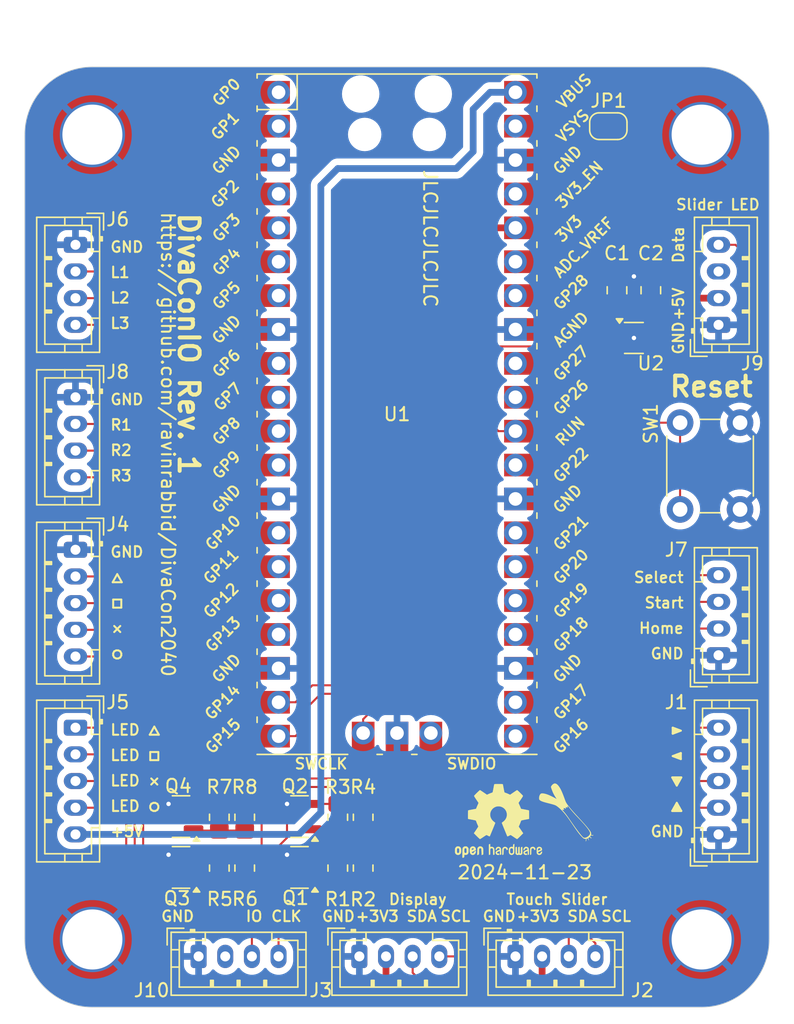
<source format=kicad_pcb>
(kicad_pcb (version 20240108) (generator "pcbnew") (generator_version "8.0")
  (title_block (title "DivaConIO") (date "2024-11-23") (rev "1") (company "ravinrabbid"))
  (layers (0 "F.Cu" signal) (31 "B.Cu" signal) (34 "B.Paste" user) (35 "F.Paste" user) (36 "B.SilkS" user "B.Silkscreen") (37 "F.SilkS" user "F.Silkscreen") (38 "B.Mask" user) (39 "F.Mask" user) (44 "Edge.Cuts" user))
  (net 0 "")
  (net 1 "Button Right")
  (net 2 "Button Down")
  (net 3 "GND")
  (net 4 "Button Left")
  (net 5 "Button Up")
  (net 6 "Slider SCL")
  (net 7 "+3V3")
  (net 8 "Slider SDA")
  (net 9 "Display SDA")
  (net 10 "Display SCL")
  (net 11 "Button Square")
  (net 12 "Button Cross")
  (net 13 "Button Circle")
  (net 14 "Button Triangle")
  (net 15 "+5V")
  (net 16 "Net-(J5-Pin_3)")
  (net 17 "Net-(J5-Pin_2)")
  (net 18 "Net-(J5-Pin_4)")
  (net 19 "Net-(J5-Pin_1)")
  (net 20 "Button L3")
  (net 21 "Button L1")
  (net 22 "Button L2")
  (net 23 "Button Start")
  (net 24 "Button Select")
  (net 25 "Button Home")
  (net 26 "Button R1")
  (net 27 "Button R2")
  (net 28 "Button R3")
  (net 29 "Slider LED Data")
  (net 31 "Net-(Q1-B)")
  (net 32 "Net-(Q2-B)")
  (net 33 "Net-(Q3-B)")
  (net 34 "Net-(Q4-B)")
  (net 35 "LED Circle")
  (net 36 "LED Cross")
  (net 37 "LED Square")
  (net 38 "LED Triangle")
  (net 39 "Net-(U1-RUN)")
  (net 44 "SWCLK")
  (net 46 "SWDIO")
  (net 47 "Net-(JP1-A)")
  (net 48 "Net-(J9-Pin_4)")
  (footprint "Connector_JST:JST_PH_B5B-PH-K_1x05_P2.00mm_Vertical" (layer "F.Cu") (at 118.11 98.425 -90)
    (property "Reference" "J5")
    (property "Value" "Button LEDs")
  )
  (footprint "Package_TO_SOT_SMD:SOT-23" (layer "F.Cu") (at 126.0325 105.09 180)
    (property "Reference" "Q4")
    (property "Value" "BC847")
  )
  (footprint "Jumper:SolderJumper-2_P1.3mm_Bridged_RoundedPad1.0x1.5mm" (layer "F.Cu") (at 158.1 53.34)
    (property "Reference" "JP1")
    (property "Value" "Bridge VSYS")
  )
  (footprint "MountingHole:MountingHole_4.5mm_Pad_TopOnly" (layer "F.Cu") (at 119.38 53.975)
    (property "Reference" "H1" (hide yes))
    (property "Value" "MountingHole_Pad")
  )
  (footprint "Capacitor_SMD:C_0805_2012Metric_Pad1.18x1.45mm_HandSolder" (layer "F.Cu") (at 161.29 65.6375 90)
    (property "Reference" "C2")
    (property "Value" "0.1uF")
  )
  (footprint "Resistor_SMD:R_0805_2012Metric_Pad1.20x1.40mm_HandSolder" (layer "F.Cu") (at 128.905 105.14 -90)
    (property "Reference" "R7")
    (property "Value" "4.7k")
  )
  (footprint "Connector_JST:JST_PH_B5B-PH-K_1x05_P2.00mm_Vertical" (layer "F.Cu") (at 166.37 106.425 90)
    (property "Reference" "J1")
    (property "Value" "DPad Buttons")
  )
  (footprint "Resistor_SMD:R_0805_2012Metric_Pad1.20x1.40mm_HandSolder" (layer "F.Cu") (at 128.905 108.95 -90)
    (property "Reference" "R5")
    (property "Value" "4.7k")
  )
  (footprint "Connector_JST:JST_PH_B4B-PH-K_1x04_P2.00mm_Vertical" (layer "F.Cu") (at 166.37 68.23 90)
    (property "Reference" "J9")
    (property "Value" "Slider LEDs")
  )
  (footprint "Button_Switch_THT:SW_PUSH_6mm" (layer "F.Cu") (at 163.485 82.065 90)
    (property "Reference" "SW1")
    (property "Value" "Reset")
  )
  (footprint "Package_TO_SOT_SMD:SOT-23" (layer "F.Cu") (at 134.9225 108.9 180)
    (property "Reference" "Q1")
    (property "Value" "BC847")
  )
  (footprint "Connector_JST:JST_PH_B4B-PH-K_1x04_P2.00mm_Vertical" (layer "F.Cu") (at 127.35 115.57)
    (property "Reference" "J10")
    (property "Value" "SWD")
  )
  (footprint "Connector_JST:JST_PH_B4B-PH-K_1x04_P2.00mm_Vertical" (layer "F.Cu") (at 166.37 92.995 90)
    (property "Reference" "J7")
    (property "Value" "Fn Buttons")
  )
  (footprint "Resistor_SMD:R_0805_2012Metric_Pad1.20x1.40mm_HandSolder" (layer "F.Cu") (at 139.7 108.95 90)
    (property "Reference" "R2")
    (property "Value" "4.7k")
  )
  (footprint "Symbol:OSHW-Logo2_7.3x6mm_SilkScreen" (layer "F.Cu") (at 149.86 105.41)
    (property "Reference" "REF**" (hide yes))
    (property "Value" "OSHW-Logo2_7.3x6mm_SilkScreen" (hide yes))
  )
  (footprint "Resistor_SMD:R_0805_2012Metric_Pad1.20x1.40mm_HandSolder" (layer "F.Cu") (at 130.81 105.14 90)
    (property "Reference" "R8")
    (property "Value" "4.7k")
  )
  (footprint "Resistor_SMD:R_0805_2012Metric_Pad1.20x1.40mm_HandSolder" (layer "F.Cu") (at 139.7 105.14 90)
    (property "Reference" "R4")
    (property "Value" "4.7k")
  )
  (footprint "Connector_JST:JST_PH_B4B-PH-K_1x04_P2.00mm_Vertical" (layer "F.Cu") (at 118.11 62.23 -90)
    (property "Reference" "J6")
    (property "Value" "L Buttons")
  )
  (footprint "Connector_JST:JST_PH_B5B-PH-K_1x05_P2.00mm_Vertical" (layer "F.Cu") (at 118.11 85.09 -90)
    (property "Reference" "J4")
    (property "Value" "Face Buttons")
  )
  (footprint "Resistor_SMD:R_0805_2012Metric_Pad1.20x1.40mm_HandSolder" (layer "F.Cu") (at 130.81 108.95 90)
    (property "Reference" "R6")
    (property "Value" "4.7k")
  )
  (footprint "Package_TO_SOT_SMD:SOT-23" (layer "F.Cu") (at 126.0325 108.9 180)
    (property "Reference" "Q3")
    (property "Value" "BC847")
  )
  (footprint "Resistor_SMD:R_0805_2012Metric_Pad1.20x1.40mm_HandSolder" (layer "F.Cu") (at 137.795 108.95 -90)
    (property "Reference" "R1")
    (property "Value" "4.7k")
  )
  (footprint "MountingHole:MountingHole_4.5mm_Pad_TopOnly" (layer "F.Cu") (at 165.1 114.3)
    (property "Reference" "H3" (hide yes))
    (property "Value" "MountingHole_Pad")
  )
  (footprint "Package_TO_SOT_SMD:SOT-23" (layer "F.Cu") (at 134.9225 105.09 180)
    (property "Reference" "Q2")
    (property "Value" "BC847")
  )
  (footprint "Package_TO_SOT_SMD:SOT-363_SC-70-6_Handsoldering" (layer "F.Cu") (at 160.02 69.215)
    (property "Reference" "U2")
    (property "Value" "SN74LVC1T45DCK")
  )
  (footprint "Connector_JST:JST_PH_B4B-PH-K_1x04_P2.00mm_Vertical" (layer "F.Cu") (at 118.11 73.66 -90)
    (property "Reference" "J8")
    (property "Value" "R Buttons")
  )
  (footprint "MountingHole:MountingHole_4.5mm_Pad_TopOnly" (layer "F.Cu") (at 165.1 53.975)
    (property "Reference" "H2" (hide yes))
    (property "Value" "MountingHole_Pad")
  )
  (footprint "Connector_JST:JST_PH_B4B-PH-K_1x04_P2.00mm_Vertical" (layer "F.Cu") (at 151.13 115.57)
    (property "Reference" "J2")
    (property "Value" "Slider i2c")
  )
  (footprint "Connector_JST:JST_PH_B4B-PH-K_1x04_P2.00mm_Vertical" (layer "F.Cu") (at 139.415 115.57)
    (property "Reference" "J3")
    (property "Value" "Display i2c")
  )
  (footprint "Capacitor_SMD:C_0805_2012Metric_Pad1.18x1.45mm_HandSolder" (layer "F.Cu") (at 158.75 65.6375 90)
    (property "Reference" "C1")
    (property "Value" "0.1uF")
  )
  (footprint "CustomLogos:Leek-Logo_6.3mm_Silkscreen" (layer "F.Cu") (at 154.94 104.775)
    (property "Reference" "REF**" (hide yes))
    (property "Value" "LOGO" (hide yes))
  )
  (footprint "MountingHole:MountingHole_4.5mm_Pad_TopOnly" (layer "F.Cu") (at 119.38 114.3)
    (property "Reference" "H4" (hide yes))
    (property "Value" "MountingHole_Pad")
  )
  (footprint "DivaConIO:RPi_Pico_SMD_TH" (layer "F.Cu") (at 142.24 74.93)
    (property "Reference" "U1")
    (property "Value" "Pico")
  )
  (footprint "Resistor_SMD:R_0805_2012Metric_Pad1.20x1.40mm_HandSolder" (layer "F.Cu") (at 137.795 105.14 -90)
    (property "Reference" "R3")
    (property "Value" "4.7k")
  )
  (gr_arc (start 165.1 48.895) (mid 168.692102 50.382898) (end 170.18 53.975) (stroke (width 0.05)) (layer "Edge.Cuts"))
  (gr_arc (start 114.3 53.975) (mid 115.787898 50.382898) (end 119.38 48.895) (stroke (width 0.05)) (layer "Edge.Cuts"))
  (gr_arc (start 119.38 119.38) (mid 115.787898 117.892102) (end 114.3 114.3) (stroke (width 0.05)) (layer "Edge.Cuts"))
  (gr_line (start 170.18 53.975) (end 170.18 114.3) (stroke (width 0.05)) (layer "Edge.Cuts"))
  (gr_line (start 114.3 114.3) (end 114.3 53.975) (stroke (width 0.05)) (layer "Edge.Cuts"))
  (gr_line (start 119.38 48.895) (end 165.1 48.895) (stroke (width 0.05)) (layer "Edge.Cuts"))
  (gr_arc (start 170.18 114.3) (mid 168.692102 117.892102) (end 165.1 119.38) (stroke (width 0.05)) (layer "Edge.Cuts"))
  (gr_line (start 165.1 119.38) (end 119.38 119.38) (stroke (width 0.05)) (layer "Edge.Cuts"))
  (gr_text "Select" (at 163.83 87.63 0) (layer "F.SilkS") (effects (font (size 0.8 0.8)) (justify right bottom)))
  (gr_text "GND" (at 148.59 113.03 0) (layer "F.SilkS") (effects (font (size 0.8 0.8)) (justify left bottom)))
  (gr_text "+5V" (at 163.83 66.675 90) (layer "F.SilkS") (effects (font (size 0.8 0.8)) (justify bottom)))
  (gr_text "GND" (at 163.83 106.68 0) (layer "F.SilkS") (effects (font (size 0.8 0.8)) (justify right bottom)))
  (gr_text "Home" (at 163.83 91.44 0) (layer "F.SilkS") (effects (font (size 0.8 0.8)) (justify right bottom)))
  (gr_text "LED △" (at 120.65 99.06 0) (layer "F.SilkS") (effects (font (size 0.8 0.8)) (justify left bottom)))
  (gr_text "SCL" (at 157.48 113.03 0) (layer "F.SilkS") (effects (font (size 0.8 0.8)) (justify left bottom)))
  (gr_text "□" (at 120.65 89.535 0) (layer "F.SilkS") (effects (font (size 0.8 0.8)) (justify left bottom)))
  (gr_text "LED □" (at 120.65 100.965 0) (layer "F.SilkS") (effects (font (size 0.8 0.8)) (justify left bottom)))
  (gr_text "SCL" (at 145.415 113.03 0) (layer "F.SilkS") (effects (font (size 0.8 0.8)) (justify left bottom)))
  (gr_text "L1" (at 120.65 64.77 0) (layer "F.SilkS") (effects (font (size 0.8 0.8)) (justify left bottom)))
  (gr_text "+3V3" (at 151.13 113.03 0) (layer "F.SilkS") (effects (font (size 0.8 0.8)) (justify left bottom)))
  (gr_text "GND" (at 136.525 113.03 0) (layer "F.SilkS") (effects (font (size 0.8 0.8)) (justify left bottom)))
  (gr_text "R1" (at 120.65 76.2 0) (layer "F.SilkS") (effects (font (size 0.8 0.8)) (justify left bottom)))
  (gr_text "+3V3" (at 139.065 113.03 0) (layer "F.SilkS") (effects (font (size 0.8 0.8)) (justify left bottom)))
  (gr_text "▼" (at 163.83 102.87 0) (layer "F.SilkS") (effects (font (size 0.8 0.8)) (justify right bottom)))
  (gr_text "GND" (at 120.65 85.725 0) (layer "F.SilkS") (effects (font (size 0.8 0.8)) (justify left bottom)))
  (gr_text "Slider LED" (at 169.545 59.69 0) (layer "F.SilkS") (effects (font (size 0.8 0.8)) (justify right bottom)))
  (gr_text "JLCJLCJLCJLC" (at 144.145 56.515 270) (layer "F.SilkS") (effects (font (size 1 1)) (justify left bottom)))
  (gr_text "△" (at 120.65 87.63 0) (layer "F.SilkS") (effects (font (size 0.8 0.8)) (justify left bottom)))
  (gr_text "R3" (at 120.65 80.01 0) (layer "F.SilkS") (effects (font (size 0.8 0.8)) (justify left bottom)))
  (gr_text "Touch Slider" (at 158.115 111.76 0) (layer "F.SilkS") (effects (font (size 0.8 0.8)) (justify right bottom)))
  (gr_text "IO\n" (at 130.81 113.03 0) (layer "F.SilkS") (effects (font (size 0.8 0.8)) (justify left bottom)))
  (gr_text "${TITLE} Rev. ${REVISION}" (at 125.73 59.69 -90) (layer "F.SilkS") (effects (font (size 1.5 1.5) (thickness 0.3) (bold yes)) (justify left bottom)))
  (gr_text "SDA" (at 154.94 113.03 0) (layer "F.SilkS") (effects (font (size 0.8 0.8)) (justify left bottom)))
  (gr_text "${ISSUE_DATE}" (at 146.685 109.855 0) (layer "F.SilkS") (effects (font (size 1 1)) (justify left bottom)))
  (gr_text "L2" (at 120.65 66.675 0) (layer "F.SilkS") (effects (font (size 0.8 0.8)) (justify left bottom)))
  (gr_text "GND" (at 163.83 69.215 90) (layer "F.SilkS") (effects (font (size 0.8 0.8)) (justify bottom)))
  (gr_text "CLK" (at 132.715 113.03 0) (layer "F.SilkS") (effects (font (size 0.8 0.8)) (justify left bottom)))
  (gr_text "LED ×" (at 120.65 102.87 0) (layer "F.SilkS") (effects (font (size 0.8 0.8)) (justify left bottom)))
  (gr_text "×" (at 120.65 91.44 0) (layer "F.SilkS") (effects (font (size 0.8 0.8)) (justify left bottom)))
  (gr_text "SDA" (at 142.875 113.03 0) (layer "F.SilkS") (effects (font (size 0.8 0.8)) (justify left bottom)))
  (gr_text "https://github.com/ravinrabbid/DivaCon2040" (at 124.46 59.69 270) (layer "F.SilkS") (effects (font (size 1 1)) (justify left bottom)))
  (gr_text "L3" (at 120.65 68.58 0) (layer "F.SilkS") (effects (font (size 0.8 0.8)) (justify left bottom)))
  (gr_text "GND" (at 120.65 62.865 0) (layer "F.SilkS") (effects (font (size 0.8 0.8)) (justify left bottom)))
  (gr_text "R2" (at 120.65 78.105 0) (layer "F.SilkS") (effects (font (size 0.8 0.8)) (justify left bottom)))
  (gr_text "GND" (at 124.46 113.03 0) (layer "F.SilkS") (effects (font (size 0.8 0.8)) (justify left bottom)))
  (gr_text "+5V" (at 120.65 106.68 0) (layer "F.SilkS") (effects (font (size 0.8 0.8)) (justify left bottom)))
  (gr_text "LED ○" (at 120.65 104.775 0) (layer "F.SilkS") (effects (font (size 0.8 0.8)) (justify left bottom)))
  (gr_text "Data" (at 163.83 62.23 90) (layer "F.SilkS") (effects (font (size 0.8 0.8)) (justify bottom)))
  (gr_text "GND" (at 120.65 74.295 0) (layer "F.SilkS") (effects (font (size 0.8 0.8)) (justify left bottom)))
  (gr_text "►" (at 163.83 99.06 0) (layer "F.SilkS") (effects (font (size 0.8 0.8)) (justify right bottom)))
  (gr_text "◄" (at 163.83 100.965 0) (layer "F.SilkS") (effects (font (size 0.8 0.8)) (justify right bottom)))
  (gr_text "○" (at 120.65 93.345 0) (layer "F.SilkS") (effects (font (size 0.8 0.8)) (justify left bottom)))
  (gr_text "Start" (at 163.83 89.535 0) (layer "F.SilkS") (effects (font (size 0.8 0.8)) (justify right bottom)))
  (gr_text "Reset" (at 162.56 73.735 0) (layer "F.SilkS") (effects (font (size 1.5 1.5) (thickness 0.3) (bold yes)) (justify left bottom)))
  (gr_text "GND" (at 163.83 93.345 0) (layer "F.SilkS") (effects (font (size 0.8 0.8)) (justify right bottom)))
  (gr_text "▲" (at 163.83 104.775 0) (layer "F.SilkS") (effects (font (size 0.8 0.8)) (justify right bottom)))
  (gr_text "Display" (at 146.05 111.76 0) (layer "F.SilkS") (effects (font (size 0.8 0.8)) (justify right bottom)))
  (segment (start 151.13 83.82) (end 153.67 83.82) (width 0.1524) (layer "F.Cu") (net 1))
  (segment (start 159.385 98.425) (end 166.37 98.425) (width 0.1524) (layer "F.Cu") (net 1))
  (segment (start 153.67 83.82) (end 158.75 88.9) (width 0.1524) (layer "F.Cu") (net 1))
  (segment (start 158.75 97.79) (end 159.385 98.425) (width 0.1524) (layer "F.Cu") (net 1))
  (segment (start 158.75 88.9) (end 158.75 97.79) (width 0.1524) (layer "F.Cu") (net 1))
  (segment (start 157.48 92.71) (end 157.48 101.6) (width 0.1524) (layer "F.Cu") (net 2))
  (segment (start 157.48 101.6) (end 158.305 102.425) (width 0.1524) (layer "F.Cu") (net 2))
  (segment (start 153.67 88.9) (end 157.48 92.71) (width 0.1524) (layer "F.Cu") (net 2))
  (segment (start 151.13 88.9) (end 153.67 88.9) (width 0.1524) (layer "F.Cu") (net 2))
  (segment (start 158.305 102.425) (end 166.37 102.425) (width 0.1524) (layer "F.Cu") (net 2))
  (segment (start 137.795 104.14) (end 135.86 104.14) (width 0.1524) (layer "F.Cu") (net 3))
  (segment (start 128.905 107.95) (end 126.97 107.95) (width 0.1524) (layer "F.Cu") (net 3))
  (segment (start 126.97 107.95) (end 125.095 107.95) (width 0.1524) (layer "F.Cu") (net 3))
  (segment (start 126.97 104.14) (end 125.095 104.14) (width 0.1524) (layer "F.Cu") (net 3))
  (segment (start 128.905 104.14) (end 126.97 104.14) (width 0.1524) (layer "F.Cu") (net 3))
  (segment (start 137.795 107.95) (end 135.86 107.95) (width 0.1524) (layer "F.Cu") (net 3))
  (segment (start 158.75 64.6) (end 161.29 64.6) (width 0.508) (layer "F.Cu") (net 3))
  (segment (start 135.86 107.95) (end 133.985 107.95) (width 0.1524) (layer "F.Cu") (net 3))
  (segment (start 158.69 69.215) (end 160.02 69.215) (width 0.1524) (layer "F.Cu") (net 3))
  (segment (start 135.86 104.14) (end 133.985 104.14) (width 0.1524) (layer "F.Cu") (net 3))
  (via (at 160.02 64.6) (size 0.6604) (drill 0.3302) (layers "F.Cu" "B.Cu") (net 3))
  (via (at 133.985 107.95) (size 0.6604) (drill 0.3302) (layers "F.Cu" "B.Cu") (net 3))
  (via (at 125.095 104.14) (size 0.6604) (drill 0.3302) (layers "F.Cu" "B.Cu") (net 3))
  (via (at 133.985 104.14) (size 0.6604) (drill 0.3302) (layers "F.Cu" "B.Cu") (net 3))
  (via (at 160.02 69.215) (size 0.6604) (drill 0.3302) (layers "F.Cu" "B.Cu") (net 3))
  (via (at 125.095 107.95) (size 0.6604) (drill 0.3302) (layers "F.Cu" "B.Cu") (net 3))
  (segment (start 158.115 99.695) (end 158.845 100.425) (width 0.1524) (layer "F.Cu") (net 4))
  (segment (start 158.115 90.6838) (end 158.115 99.695) (width 0.1524) (layer "F.Cu") (net 4))
  (segment (start 151.13 86.36) (end 153.7912 86.36) (width 0.1524) (layer "F.Cu") (net 4))
  (segment (start 158.845 100.425) (end 166.37 100.425) (width 0.1524) (layer "F.Cu") (net 4))
  (segment (start 153.7912 86.36) (end 158.115 90.6838) (width 0.1524) (layer "F.Cu") (net 4))
  (segment (start 156.845 94.615) (end 156.845 103.505) (width 0.1524) (layer "F.Cu") (net 5))
  (segment (start 156.845 103.505) (end 157.765 104.425) (width 0.1524) (layer "F.Cu") (net 5))
  (segment (start 153.67 91.44) (end 156.845 94.615) (width 0.1524) (layer "F.Cu") (net 5))
  (segment (start 157.765 104.425) (end 166.37 104.425) (width 0.1524) (layer "F.Cu") (net 5))
  (segment (start 151.13 91.44) (end 153.67 91.44) (width 0.1524) (layer "F.Cu") (net 5))
  (segment (start 156.21 99.06) (end 156.21 113.665) (width 0.1524) (layer "F.Cu") (net 6))
  (segment (start 153.67 96.52) (end 156.21 99.06) (width 0.1524) (layer "F.Cu") (net 6))
  (segment (start 151.13 96.52) (end 153.67 96.52) (width 0.1524) (layer "F.Cu") (net 6))
  (segment (start 157.13 114.585) (end 157.13 115.57) (width 0.1524) (layer "F.Cu") (net 6))
  (segment (start 156.21 113.665) (end 157.13 114.585) (width 0.1524) (layer "F.Cu") (net 6))
  (segment (start 156.21 60.96) (end 153.035 60.96) (width 0.508) (layer "F.Cu") (net 7))
  (segment (start 153.035 60.96) (end 151.13 60.96) (width 0.1524) (layer "F.Cu") (net 7))
  (segment (start 147.955 60.96) (end 147.32 61.595) (width 0.508) (layer "F.Cu") (net 7))
  (segment (start 147.32 92.71) (end 149.225 94.615) (width 0.508) (layer "F.Cu") (net 7))
  (segment (start 153.13 117.38) (end 153.13 115.57) (width 0.508) (layer "F.Cu") (net 7))
  (segment (start 149.86 118.11) (end 152.4 118.11) (width 0.508) (layer "F.Cu") (net 7))
  (segment (start 156.845 61.595) (end 156.21 60.96) (width 0.508) (layer "F.Cu") (net 7))
  (segment (start 158.75 66.675) (end 158.75 68.505) (width 0.1524) (layer "F.Cu") (net 7))
  (segment (start 151.13 60.96) (end 147.955 60.96) (width 0.508) (layer "F.Cu") (net 7))
  (segment (start 142.24 118.11) (end 141.415 117.285) (width 0.508) (layer "F.Cu") (net 7))
  (segment (start 152.4 118.11) (end 153.13 117.38) (width 0.508) (layer "F.Cu") (net 7))
  (segment (start 158.75 66.675) (end 157.48 66.675) (width 0.508) (layer "F.Cu") (net 7))
  (segment (start 149.225 94.615) (end 149.225 116.908) (width 0.508) (layer "F.Cu") (net 7))
  (segment (start 157.48 66.675) (end 156.845 66.04) (width 0.508) (layer "F.Cu") (net 7))
  (segment (start 158.75 68.505) (end 158.69 68.565) (width 0.1524) (layer "F.Cu") (net 7))
  (segment (start 149.225 117.475) (end 148.59 118.11) (width 0.508) (layer "F.Cu") (net 7))
  (segment (start 141.415 117.285) (end 141.415 115.57) (width 0.508) (layer "F.Cu") (net 7))
  (segment (start 147.32 61.595) (end 147.32 92.71) (width 0.508) (layer "F.Cu") (net 7))
  (segment (start 149.225 116.908) (end 149.225 117.475) (width 0.508) (layer "F.Cu") (net 7))
  (segment (start 148.59 118.11) (end 142.24 118.11) (width 0.508) (layer "F.Cu") (net 7))
  (segment (start 156.845 66.04) (end 156.845 61.595) (width 0.508) (layer "F.Cu") (net 7))
  (segment (start 149.225 117.475) (end 149.86 118.11) (width 0.508) (layer "F.Cu") (net 7))
  (segment (start 155.575 113.665) (end 155.13 114.11) (width 0.1524) (layer "F.Cu") (net 8))
  (segment (start 155.13 114.11) (end 155.13 115.57) (width 0.1524) (layer "F.Cu") (net 8))
  (segment (start 151.13 99.06) (end 153.67 99.06) (width 0.1524) (layer "F.Cu") (net 8))
  (segment (start 155.575 100.965) (end 155.575 113.665) (width 0.1524) (layer "F.Cu") (net 8))
  (segment (start 153.67 99.06) (end 155.575 100.965) (width 0.1524) (layer "F.Cu") (net 8))
  (segment (start 144.0975 117.475) (end 143.415 116.7925) (width 0.1524) (layer "F.Cu") (net 9))
  (segment (start 135.89 95.25) (end 147.32 95.25) (width 0.1524) (layer "F.Cu") (net 9))
  (segment (start 147.955 116.84) (end 147.32 117.475) (width 0.1524) (layer "F.Cu") (net 9))
  (segment (start 133.35 96.52) (end 134.62 96.52) (width 0.1524) (layer "F.Cu") (net 9))
  (segment (start 147.955 95.885) (end 147.955 116.84) (width 0.1524) (layer "F.Cu") (net 9))
  (segment (start 143.415 116.7925) (end 143.415 115.57) (width 0.1524) (layer "F.Cu") (net 9))
  (segment (start 147.32 95.25) (end 147.955 95.885) (width 0.1524) (layer "F.Cu") (net 9))
  (segment (start 147.32 117.475) (end 144.0975 117.475) (width 0.1524) (layer "F.Cu") (net 9))
  (segment (start 134.62 96.52) (end 135.89 95.25) (width 0.1524) (layer "F.Cu") (net 9))
  (segment (start 136.525 95.885) (end 146.685 95.885) (width 0.1524) (layer "F.Cu") (net 10))
  (segment (start 146.685 115.57) (end 145.415 115.57) (width 0.1524) (layer "F.Cu") (net 10))
  (segment (start 146.685 95.885) (end 147.32 96.52) (width 0.1524) (layer "F.Cu") (net 10))
  (segment (start 147.32 96.52) (end 147.32 114.935) (width 0.1524) (layer "F.Cu") (net 10))
  (segment (start 147.32 114.935) (end 146.685 115.57) (width 0.1524) (layer "F.Cu") (net 10))
  (segment (start 133.35 99.06) (end 134.62 99.06) (width 0.1524) (layer "F.Cu") (net 10))
  (segment (start 134.62 99.06) (end 135.255 98.425) (width 0.1524) (layer "F.Cu") (net 10))
  (segment (start 135.255 98.425) (end 135.255 97.155) (width 0.1524) (layer "F.Cu") (net 10))
  (segment (start 135.255 97.155) (end 136.525 95.885) (width 0.1524) (layer "F.Cu") (net 10))
  (segment (start 133.35 73.66) (end 130.81 73.66) (width 0.1524) (layer "F.Cu") (net 11))
  (segment (start 125.73 88.151467) (end 124.791467 89.09) (width 0.1524) (layer "F.Cu") (net 11))
  (segment (start 130.81 73.66) (end 125.73 78.74) (width 0.1524) (layer "F.Cu") (net 11))
  (segment (start 124.791467 89.09) (end 118.11 89.09) (width 0.1524) (layer "F.Cu") (net 11))
  (segment (start 125.73 78.74) (end 125.73 88.151467) (width 0.1524) (layer "F.Cu") (net 11))
  (segment (start 126.365 90.17) (end 125.445 91.09) (width 0.1524) (layer "F.Cu") (net 12))
  (segment (start 126.365 80.645) (end 126.365 90.17) (width 0.1524) (layer "F.Cu") (net 12))
  (segment (start 133.35 76.2) (end 130.81 76.2) (width 0.1524) (layer "F.Cu") (net 12))
  (segment (start 130.81 76.2) (end 126.365 80.645) (width 0.1524) (layer "F.Cu") (net 12))
  (segment (start 125.445 91.09) (end 118.11 91.09) (width 0.1524) (layer "F.Cu") (net 12))
  (segment (start 127 92.075) (end 125.985 93.09) (width 0.1524) (layer "F.Cu") (net 13))
  (segment (start 130.81 78.74) (end 127 82.55) (width 0.1524) (layer "F.Cu") (net 13))
  (segment (start 125.985 93.09) (end 118.11 93.09) (width 0.1524) (layer "F.Cu") (net 13))
  (segment (start 127 82.55) (end 127 92.075) (width 0.1524) (layer "F.Cu") (net 13))
  (segment (start 133.35 78.74) (end 130.81 78.74) (width 0.1524) (layer "F.Cu") (net 13))
  (segment (start 133.35 71.12) (end 130.81 71.12) (width 0.1524) (layer "F.Cu") (net 14))
  (segment (start 125.095 76.835) (end 125.095 86.20125) (width 0.1524) (layer "F.Cu") (net 14))
  (segment (start 130.81 71.12) (end 125.095 76.835) (width 0.1524) (layer "F.Cu") (net 14))
  (segment (start 125.095 86.20125) (end 124.20625 87.09) (width 0.1524) (layer "F.Cu") (net 14))
  (segment (start 124.20625 87.09) (end 118.11 87.09) (width 0.1524) (layer "F.Cu") (net 14))
  (segment (start 162.56 60.325) (end 163.195 60.96) (width 0.508) (layer "F.Cu") (net 15))
  (segment (start 151.13 50.8) (end 158.115 50.8) (width 0.508) (layer "F.Cu") (net 15))
  (segment (start 158.75 53.34) (end 158.75 59.69) (width 0.508) (layer "F.Cu") (net 15))
  (segment (start 162.56 66.675) (end 161.29 66.675) (width 0.508) (layer "F.Cu") (net 15))
  (segment (start 163.195 66.04) (end 162.56 66.675) (width 0.508) (layer "F.Cu") (net 15))
  (segment (start 163.195 60.96) (end 163.195 66.04) (width 0.508) (layer "F.Cu") (net 15))
  (segment (start 158.115 50.8) (end 158.75 51.435) (width 0.508) (layer "F.Cu") (net 15))
  (segment (start 161.29 68.505) (end 161.35 68.565) (width 0.1524) (layer "F.Cu") (net 15))
  (segment (start 163.385 66.23) (end 163.195 66.04) (width 0.508) (layer "F.Cu") (net 15))
  (segment (start 159.385 60.325) (end 162.56 60.325) (width 0.508) (layer "F.Cu") (net 15))
  (segment (start 166.37 66.23) (end 163.385 66.23) (width 0.508) (layer "F.Cu") (net 15))
  (segment (start 158.75 59.69) (end 159.385 60.325) (width 0.508) (layer "F.Cu") (net 15))
  (segment (start 158.75 51.435) (end 158.75 53.34) (width 0.508) (layer "F.Cu") (net 15))
  (segment (start 161.29 66.675) (end 161.29 68.505) (width 0.1524) (layer "F.Cu") (net 15))
  (segment (start 161.35 68.565) (end 161.35 69.215) (width 0.1524) (layer "F.Cu") (net 15))
  (segment (start 136.525 104.775) (end 134.875 106.425) (width 0.508) (layer "B.Cu") (net 15))
  (segment (start 137.795 56.515) (end 136.525 57.785) (width 0.508) (layer "B.Cu") (net 15))
  (segment (start 151.13 50.8) (end 149.225 50.8) (width 0.508) (layer "B.Cu") (net 15))
  (segment (start 147.955 55.245) (end 146.685 56.515) (width 0.508) (layer "B.Cu") (net 15))
  (segment (start 136.525 57.785) (end 136.525 104.775) (width 0.508) (layer "B.Cu") (net 15))
  (segment (start 149.225 50.8) (end 147.955 52.07) (width 0.508) (layer "B.Cu") (net 15))
  (segment (start 166.37 66.04) (end 166.37 66.23) (width 0.508) (layer "B.Cu") (net 15))
  (segment (start 146.685 56.515) (end 137.795 56.515) (width 0.508) (layer "B.Cu") (net 15))
  (segment (start 134.875 106.425) (end 118.11 106.425) (width 0.508) (layer "B.Cu") (net 15))
  (segment (start 147.955 52.07) (end 147.955 55.245) (width 0.508) (layer "B.Cu") (net 15))
  (segment (start 124.7775 111.125) (end 131.380271 111.125) (width 0.1524) (layer "F.Cu") (net 16))
  (segment (start 133.985 106.68) (end 133.985 105.09) (width 0.1524) (layer "F.Cu") (net 16))
  (segment (start 132.08 110.425271) (end 132.08 108.585) (width 0.1524) (layer "F.Cu") (net 16))
  (segment (start 132.08 108.585) (end 133.985 106.68) (width 0.1524) (layer "F.Cu") (net 16))
  (segment (start 122.555 102.87) (end 122.555 108.9025) (width 0.1524) (layer "F.Cu") (net 16))
  (segment (start 122.11 102.425) (end 122.555 102.87) (width 0.1524) (layer "F.Cu") (net 16))
  (segment (start 131.380271 111.125) (end 132.08 110.425271) (width 0.1524) (layer "F.Cu") (net 16))
  (segment (start 118.11 102.425) (end 122.11 102.425) (width 0.1524) (layer "F.Cu") (net 16))
  (segment (start 122.555 108.9025) (end 124.7775 111.125) (width 0.1524) (layer "F.Cu") (net 16))
  (segment (start 122.65 100.425) (end 118.11 100.425) (width 0.1524) (layer "F.Cu") (net 17))
  (segment (start 123.19 107.95) (end 123.19 100.965) (width 0.1524) (layer "F.Cu") (net 17))
  (segment (start 123.19 100.965) (end 122.65 100.425) (width 0.1524) (layer "F.Cu") (net 17))
  (segment (start 124.14 108.9) (end 123.19 107.95) (width 0.1524) (layer "F.Cu") (net 17))
  (segment (start 125.095 108.9) (end 124.14 108.9) (width 0.1524) (layer "F.Cu") (net 17))
  (segment (start 121.92 104.775) (end 121.92 109.22) (width 0.1524) (layer "F.Cu") (net 18))
  (segment (start 121.57 104.425) (end 121.92 104.775) (width 0.1524) (layer "F.Cu") (net 18))
  (segment (start 124.46 111.76) (end 131.445 111.76) (width 0.1524) (layer "F.Cu") (net 18))
  (segment (start 118.11 104.425) (end 121.57 104.425) (width 0.1524) (layer "F.Cu") (net 18))
  (segment (start 132.715 109.22) (end 133.035 108.9) (width 0.1524) (layer "F.Cu") (net 18))
  (segment (start 133.035 108.9) (end 133.985 108.9) (width 0.1524) (layer "F.Cu") (net 18))
  (segment (start 121.92 109.22) (end 124.46 111.76) (width 0.1524) (layer "F.Cu") (net 18))
  (segment (start 131.445 111.76) (end 132.715 110.49) (width 0.1524) (layer "F.Cu") (net 18))
  (segment (start 132.715 110.49) (end 132.715 109.22) (width 0.1524) (layer "F.Cu") (net 18))
  (segment (start 124.14 105.09) (end 123.825 104.775) (width 0.1524) (layer "F.Cu") (net 19))
  (segment (start 125.095 105.09) (end 124.14 105.09) (width 0.1524) (layer "F.Cu") (net 19))
  (segment (start 123.825 99.06) (end 123.19 98.425) (width 0.1524) (layer "F.Cu") (net 19))
  (segment (start 123.19 98.425) (end 118.11 98.425) (width 0.1524) (layer "F.Cu") (net 19))
  (segment (start 123.825 104.775) (end 123.825 99.06) (width 0.1524) (layer "F.Cu") (net 19))
  (segment (start 118.11 68.23) (end 121 68.23) (width 0.1524) (layer "F.Cu") (net 20))
  (segment (start 130.81 58.42) (end 133.35 58.42) (width 0.1524) (layer "F.Cu") (net 20))
  (segment (start 121 68.23) (end 130.81 58.42) (width 0.1524) (layer "F.Cu") (net 20))
  (segment (start 130.81 50.8) (end 128.905 52.705) (width 0.1524) (layer "F.Cu") (net 21))
  (segment (start 128.905 55.88) (end 120.555 64.23) (width 0.1524) (layer "F.Cu") (net 21))
  (segment (start 128.905 52.705) (end 128.905 55.88) (width 0.1524) (layer "F.Cu") (net 21))
  (segment (start 133.35 50.8) (end 130.81 50.8) (width 0.1524) (layer "F.Cu") (net 21))
  (segment (start 120.555 64.23) (end 118.11 64.23) (width 0.1524) (layer "F.Cu") (net 21))
  (segment (start 120.46 66.23) (end 118.11 66.23) (width 0.1524) (layer "F.Cu") (net 22))
  (segment (start 133.35 53.34) (end 130.81 53.34) (width 0.1524) (layer "F.Cu") (net 22))
  (segment (start 129.54 54.61) (end 129.54 57.15) (width 0.1524) (layer "F.Cu") (net 22))
  (segment (start 129.54 57.15) (end 120.46 66.23) (width 0.1524) (layer "F.Cu") (net 22))
  (segment (start 130.81 53.34) (end 129.54 54.61) (width 0.1524) (layer "F.Cu") (net 22))
  (segment (start 160.02 80.01) (end 153.67 73.66) (width 0.1524) (layer "F.Cu") (net 23))
  (segment (start 166.37 88.995) (end 160.75 88.995) (width 0.1524) (layer "F.Cu") (net 23))
  (segment (start 153.67 73.66) (end 151.13 73.66) (width 0.1524) (layer "F.Cu") (net 23))
  (segment (start 160.02 88.265) (end 160.02 80.01) (width 0.1524) (layer "F.Cu") (net 23))
  (segment (start 160.75 88.995) (end 160.02 88.265) (width 0.1524) (layer "F.Cu") (net 23))
  (segment (start 160.655 86.36) (end 160.655 78.105) (width 0.1524) (layer "F.Cu") (net 24))
  (segment (start 161.29 86.995) (end 160.655 86.36) (width 0.1524) (layer "F.Cu") (net 24))
  (segment (start 153.67 71.12) (end 151.13 71.12) (width 0.1524) (layer "F.Cu") (net 24))
  (segment (start 160.655 78.105) (end 153.67 71.12) (width 0.1524) (layer "F.Cu") (net 24))
  (segment (start 166.37 86.995) (end 161.29 86.995) (width 0.1524) (layer "F.Cu") (net 24))
  (segment (start 151.13 78.74) (end 153.67 78.74) (width 0.1524) (layer "F.Cu") (net 25))
  (segment (start 159.385 84.455) (end 159.385 90.17) (width 0.1524) (layer "F.Cu") (net 25))
  (segment (start 159.385 90.17) (end 160.21 90.995) (width 0.1524) (layer "F.Cu") (net 25))
  (segment (start 160.21 90.995) (end 166.37 90.995) (width 0.1524) (layer "F.Cu") (net 25))
  (segment (start 153.67 78.74) (end 159.385 84.455) (width 0.1524) (layer "F.Cu") (net 25))
  (segment (start 122.46 75.66) (end 123.19 74.93) (width 0.1524) (layer "F.Cu") (net 26))
  (segment (start 118.11 75.66) (end 122.46 75.66) (width 0.1524) (layer "F.Cu") (net 26))
  (segment (start 130.81 60.96) (end 133.35 60.96) (width 0.1524) (layer "F.Cu") (net 26))
  (segment (start 123.19 74.93) (end 123.19 68.58) (width 0.1524) (layer "F.Cu") (net 26))
  (segment (start 123.19 68.58) (end 130.81 60.96) (width 0.1524) (layer "F.Cu") (net 26))
  (segment (start 123.825 76.835) (end 123.825 70.485) (width 0.1524) (layer "F.Cu") (net 27))
  (segment (start 123 77.66) (end 123.825 76.835) (width 0.1524) (layer "F.Cu") (net 27))
  (segment (start 118.11 77.66) (end 123 77.66) (width 0.1524) (layer "F.Cu") (net 27))
  (segment (start 123.825 70.485) (end 130.81 63.5) (width 0.1524) (layer "F.Cu") (net 27))
  (segment (start 130.81 63.5) (end 133.35 63.5) (width 0.1524) (layer "F.Cu") (net 27))
  (segment (start 124.46 72.39) (end 124.46 78.74) (width 0.1524) (layer "F.Cu") (net 28))
  (segment (start 130.81 66.04) (end 124.46 72.39) (width 0.1524) (layer "F.Cu") (net 28))
  (segment (start 123.54 79.66) (end 118.11 79.66) (width 0.1524) (layer "F.Cu") (net 28))
  (segment (start 124.46 78.74) (end 123.54 79.66) (width 0.1524) (layer "F.Cu") (net 28))
  (segment (start 133.35 66.04) (end 130.81 66.04) (width 0.1524) (layer "F.Cu") (net 28))
  (segment (start 151.13 66.04) (end 153.67 66.04) (width 0.1524) (layer "F.Cu") (net 29))
  (segment (start 153.67 66.04) (end 157.495 69.865) (width 0.1524) (layer "F.Cu") (net 29))
  (segment (start 157.495 69.865) (end 158.69 69.865) (width 0.1524) (layer "F.Cu") (net 29))
  (segment (start 137.155 109.85) (end 135.86 109.85) (width 0.1524) (layer "F.Cu") (net 31))
  (segment (start 137.795 109.95) (end 137.255 109.95) (width 0.1524) (layer "F.Cu") (net 31))
  (segment (start 139.7 109.95) (end 137.795 109.95) (width 0.1524) (layer "F.Cu") (net 31))
  (segment (start 137.255 109.95) (end 137.155 109.85) (width 0.1524) (layer "F.Cu") (net 31))
  (segment (start 135.96 106.14) (end 135.86 106.04) (width 0.1524) (layer "F.Cu") (net 32))
  (segment (start 139.7 106.14) (end 137.795 106.14) (width 0.1524) (layer "F.Cu") (net 32))
  (segment (start 137.795 106.14) (end 135.96 106.14) (width 0.1524) (layer "F.Cu") (net 32))
  (segment (start 127.07 109.95) (end 126.97 109.85) (width 0.1524) (layer "F.Cu") (net 33))
  (segment (start 130.81 109.95) (end 128.905 109.95) (width 0.1524) (layer "F.Cu") (net 33))
  (segment (start 128.905 109.95) (end 127.07 109.95) (width 0.1524) (layer "F.Cu") (net 33))
  (segment (start 130.81 106.14) (end 128.905 106.14) (width 0.1524) (layer "F.Cu") (net 34))
  (segment (start 128.905 106.14) (end 127.07 106.14) (width 0.1524) (layer "F.Cu") (net 34))
  (segment (start 127.07 106.14) (end 126.97 106.04) (width 0.1524) (layer "F.Cu") (net 34))
  (segment (start 140.335 102.235) (end 140.97 102.87) (width 0.1524) (layer "F.Cu") (net 35))
  (segment (start 130.81 91.44) (end 129.54 92.71) (width 0.1524) (layer "F.Cu") (net 35))
  (segment (start 140.335 107.95) (end 139.7 107.95) (width 0.1524) (layer "F.Cu") (net 35))
  (segment (start 133.35 91.44) (end 130.81 91.44) (width 0.1524) (layer "F.Cu") (net 35))
  (segment (start 130.175 100.965) (end 133.985 100.965) (width 0.1524) (layer "F.Cu") (net 35))
  (segment (start 140.97 107.315) (end 140.335 107.95) (width 0.1524) (layer "F.Cu") (net 35))
  (segment (start 129.54 100.33) (end 130.175 100.965) (width 0.1524) (layer "F.Cu") (net 35))
  (segment (start 140.97 102.87) (end 140.97 107.315) (width 0.1524) (layer "F.Cu") (net 35))
  (segment (start 129.54 92.71) (end 129.54 100.33) (width 0.1524) (layer "F.Cu") (net 35))
  (segment (start 133.985 100.965) (end 135.255 102.235) (width 0.1524) (layer "F.Cu") (net 35))
  (segment (start 135.255 102.235) (end 140.335 102.235) (width 0.1524) (layer "F.Cu") (net 35))
  (segment (start 129.54 101.6) (end 132.715 101.6) (width 0.1524) (layer "F.Cu") (net 36))
  (segment (start 130.81 88.9) (end 128.905 90.805) (width 0.1524) (layer "F.Cu") (net 36))
  (segment (start 139.7 103.505) (end 139.7 104.14) (width 0.1524) (layer "F.Cu") (net 36))
  (segment (start 133.35 88.9) (end 130.81 88.9) (width 0.1524) (layer "F.Cu") (net 36))
  (segment (start 139.065 102.87) (end 139.7 103.505) (width 0.1524) (layer "F.Cu") (net 36))
  (segment (start 128.905 100.965) (end 129.54 101.6) (width 0.1524) (layer "F.Cu") (net 36))
  (segment (start 132.715 101.6) (end 133.985 102.87) (width 0.1524) (layer "F.Cu") (net 36))
  (segment (start 133.985 102.87) (end 139.065 102.87) (width 0.1524) (layer "F.Cu") (net 36))
  (segment (start 128.905 90.805) (end 128.905 100.965) (width 0.1524) (layer "F.Cu") (net 36))
  (segment (start 128.27 101.6) (end 128.905 102.235) (width 0.1524) (layer "F.Cu") (net 37))
  (segment (start 128.905 102.235) (end 131.445 102.235) (width 0.1524) (layer "F.Cu") (net 37))
  (segment (start 131.445 107.95) (end 130.81 107.95) (width 0.1524) (layer "F.Cu") (net 37))
  (segment (start 132.08 102.87) (end 132.08 107.315) (width 0.1524) (layer "F.Cu") (net 37))
  (segment (start 132.08 107.315) (end 131.445 107.95) (width 0.1524) (layer "F.Cu") (net 37))
  (segment (start 131.445 102.235) (end 132.08 102.87) (width 0.1524) (layer "F.Cu") (net 37))
  (segment (start 130.81 86.36) (end 128.27 88.9) (width 0.1524) (layer "F.Cu") (net 37))
  (segment (start 128.27 88.9) (end 128.27 101.6) (width 0.1524) (layer "F.Cu") (net 37))
  (segment (start 133.35 86.36) (end 130.81 86.36) (width 0.1524) (layer "F.Cu") (net 37))
  (segment (start 127.635 86.995) (end 127.635 102.305272) (width 0.1524) (layer "F.Cu") (net 38))
  (segment (start 130.175 102.87) (end 130.81 103.505) (width 0.1524) (layer "F.Cu") (net 38))
  (segment (start 133.35 83.82) (end 130.81 83.82) (width 0.1524) (layer "F.Cu") (net 38))
  (segment (start 130.81 103.505) (end 130.81 104.14) (width 0.1524) (layer "F.Cu") (net 38))
  (segment (start 127.635 102.305272) (end 128.199728 102.87) (width 0.1524) (layer "F.Cu") (net 38))
  (segment (start 130.81 83.82) (end 127.635 86.995) (width 0.1524) (layer "F.Cu") (net 38))
  (segment (start 128.199728 102.87) (end 130.175 102.87) (width 0.1524) (layer "F.Cu") (net 38))
  (segment (start 160.655 75.565) (end 163.485 75.565) (width 0.1524) (layer "F.Cu") (net 39))
  (segment (start 151.13 76.2) (end 149.86 76.2) (width 0.1524) (layer "F.Cu") (net 39))
  (segment (start 154.94 69.85) (end 160.655 75.565) (width 0.1524) (layer "F.Cu") (net 39))
  (segment (start 151.13 76.2) (end 153.67 76.2) (width 0.1524) (layer "F.Cu") (net 39))
  (segment (start 163.485 75.565) (end 163.485 82.065) (width 0.1524) (layer "F.Cu") (net 39))
  (segment (start 149.225 75.565) (end 149.225 70.485) (width 0.1524) (layer "F.Cu") (net 39))
  (segment (start 149.86 76.2) (end 149.225 75.565) (width 0.1524) (layer "F.Cu") (net 39))
  (segment (start 149.86 69.85) (end 154.94 69.85) (width 0.1524) (layer "F.Cu") (net 39))
  (segment (start 149.225 70.485) (end 149.86 69.85) (width 0.1524) (layer "F.Cu") (net 39))
  (segment (start 139.7 97.79) (end 140.335 97.155) (width 0.1524) (layer "F.Cu") (net 44))
  (segment (start 146.05 97.155) (end 146.685 97.79) (width 0.1524) (layer "F.Cu") (net 44))
  (segment (start 140.335 97.155) (end 146.05 97.155) (width 0.1524) (layer "F.Cu") (net 44))
  (segment (start 146.05 112.395) (end 134.62 112.395) (width 0.1524) (layer "F.Cu") (net 44))
  (segment (start 139.7 98.83) (end 139.7 97.79) (width 0.1524) (layer "F.Cu") (net 44))
  (segment (start 134.62 112.395) (end 133.35 113.665) (width 0.1524) (layer "F.Cu") (net 44))
  (segment (start 146.685 97.79) (end 146.685 111.76) (width 0.1524) (layer "F.Cu") (net 44))
  (segment (start 146.685 111.76) (end 146.05 112.395) (width 0.1524) (layer "F.Cu") (net 44))
  (segment (start 133.35 113.665) (end 133.35 115.57) (width 0.1524) (layer "F.Cu") (net 44))
  (segment (start 144.78 98.83) (end 144.78 111.125) (width 0.1524) (layer "F.Cu") (net 46))
  (segment (start 133.35 111.76) (end 131.35 113.76) (width 0.1524) (layer "F.Cu") (net 46))
  (segment (start 144.145 111.76) (end 133.35 111.76) (width 0.1524) (layer "F.Cu") (net 46))
  (segment (start 131.35 113.76) (end 131.35 115.57) (width 0.1524) (layer "F.Cu") (net 46))
  (segment (start 144.78 111.125) (end 144.145 111.76) (width 0.1524) (layer "F.Cu") (net 46))
  (segment (start 151.13 53.34) (end 157.45 53.34) (width 0.508) (layer "F.Cu") (net 47))
  (segment (start 167.625 69.865) (end 161.35 69.865) (width 0.1524) (layer "F.Cu") (net 48))
  (segment (start 168.275 62.865) (end 168.275 69.215) (width 0.1524) (layer "F.Cu") (net 48))
  (segment (start 167.64 62.23) (end 168.275 62.865) (width 0.1524) (layer "F.Cu") (net 48))
  (segment (start 166.37 62.23) (end 167.64 62.23) (width 0.1524) (layer "F.Cu") (net 48))
  (segment (start 168.275 69.215) (end 167.625 69.865) (width 0.1524) (layer "F.Cu") (net 48))
  (zone (net 3) (net_name "GND") (layer "B.Cu") (connect_pads (clearance 0.5)) (min_thickness 0.25) (fill yes (thermal_gap 0.5) (thermal_bridge_width 0.5))
    (polygon (pts (xy 114.3 119.38) (xy 114.3 48.895) (xy 170.18 48.895) (xy 170.18 119.38)))
  )
)
</source>
